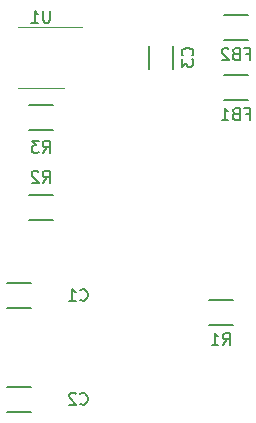
<source format=gbr>
%TF.GenerationSoftware,KiCad,Pcbnew,5.1.10*%
%TF.CreationDate,2021-10-26T18:06:13-04:00*%
%TF.ProjectId,BREAD_Slice,42524541-445f-4536-9c69-63652e6b6963,rev?*%
%TF.SameCoordinates,Original*%
%TF.FileFunction,Legend,Bot*%
%TF.FilePolarity,Positive*%
%FSLAX46Y46*%
G04 Gerber Fmt 4.6, Leading zero omitted, Abs format (unit mm)*
G04 Created by KiCad (PCBNEW 5.1.10) date 2021-10-26 18:06:13*
%MOMM*%
%LPD*%
G01*
G04 APERTURE LIST*
%ADD10C,0.120000*%
%ADD11C,0.150000*%
G04 APERTURE END LIST*
D10*
%TO.C,U1*%
X159430000Y-76280000D02*
X162880000Y-76280000D01*
X159430000Y-76280000D02*
X157480000Y-76280000D01*
X159430000Y-81400000D02*
X161380000Y-81400000D01*
X159430000Y-81400000D02*
X157480000Y-81400000D01*
D11*
%TO.C,R3*%
X160430000Y-82845000D02*
X158430000Y-82845000D01*
X158430000Y-84995000D02*
X160430000Y-84995000D01*
%TO.C,R2*%
X158430000Y-92615000D02*
X160430000Y-92615000D01*
X160430000Y-90465000D02*
X158430000Y-90465000D01*
%TO.C,R1*%
X173670000Y-101505000D02*
X175670000Y-101505000D01*
X175670000Y-99355000D02*
X173670000Y-99355000D01*
%TO.C,FB2*%
X174940000Y-77375000D02*
X176940000Y-77375000D01*
X176940000Y-75225000D02*
X174940000Y-75225000D01*
%TO.C,FB1*%
X174940000Y-82455000D02*
X176940000Y-82455000D01*
X176940000Y-80305000D02*
X174940000Y-80305000D01*
%TO.C,C3*%
X168565000Y-79840000D02*
X168565000Y-77840000D01*
X170615000Y-77840000D02*
X170615000Y-79840000D01*
%TO.C,C1*%
X158570000Y-97930000D02*
X156560000Y-97930000D01*
X158600000Y-100070000D02*
X156590000Y-100070000D01*
%TO.C,C2*%
X158600000Y-108870000D02*
X156590000Y-108870000D01*
X158570000Y-106730000D02*
X156560000Y-106730000D01*
%TO.C,U1*%
X160191904Y-74892380D02*
X160191904Y-75701904D01*
X160144285Y-75797142D01*
X160096666Y-75844761D01*
X160001428Y-75892380D01*
X159810952Y-75892380D01*
X159715714Y-75844761D01*
X159668095Y-75797142D01*
X159620476Y-75701904D01*
X159620476Y-74892380D01*
X158620476Y-75892380D02*
X159191904Y-75892380D01*
X158906190Y-75892380D02*
X158906190Y-74892380D01*
X159001428Y-75035238D01*
X159096666Y-75130476D01*
X159191904Y-75178095D01*
%TO.C,R3*%
X159596666Y-86912380D02*
X159930000Y-86436190D01*
X160168095Y-86912380D02*
X160168095Y-85912380D01*
X159787142Y-85912380D01*
X159691904Y-85960000D01*
X159644285Y-86007619D01*
X159596666Y-86102857D01*
X159596666Y-86245714D01*
X159644285Y-86340952D01*
X159691904Y-86388571D01*
X159787142Y-86436190D01*
X160168095Y-86436190D01*
X159263333Y-85912380D02*
X158644285Y-85912380D01*
X158977619Y-86293333D01*
X158834761Y-86293333D01*
X158739523Y-86340952D01*
X158691904Y-86388571D01*
X158644285Y-86483809D01*
X158644285Y-86721904D01*
X158691904Y-86817142D01*
X158739523Y-86864761D01*
X158834761Y-86912380D01*
X159120476Y-86912380D01*
X159215714Y-86864761D01*
X159263333Y-86817142D01*
%TO.C,R2*%
X159596666Y-89452380D02*
X159930000Y-88976190D01*
X160168095Y-89452380D02*
X160168095Y-88452380D01*
X159787142Y-88452380D01*
X159691904Y-88500000D01*
X159644285Y-88547619D01*
X159596666Y-88642857D01*
X159596666Y-88785714D01*
X159644285Y-88880952D01*
X159691904Y-88928571D01*
X159787142Y-88976190D01*
X160168095Y-88976190D01*
X159215714Y-88547619D02*
X159168095Y-88500000D01*
X159072857Y-88452380D01*
X158834761Y-88452380D01*
X158739523Y-88500000D01*
X158691904Y-88547619D01*
X158644285Y-88642857D01*
X158644285Y-88738095D01*
X158691904Y-88880952D01*
X159263333Y-89452380D01*
X158644285Y-89452380D01*
%TO.C,R1*%
X174836666Y-103182380D02*
X175170000Y-102706190D01*
X175408095Y-103182380D02*
X175408095Y-102182380D01*
X175027142Y-102182380D01*
X174931904Y-102230000D01*
X174884285Y-102277619D01*
X174836666Y-102372857D01*
X174836666Y-102515714D01*
X174884285Y-102610952D01*
X174931904Y-102658571D01*
X175027142Y-102706190D01*
X175408095Y-102706190D01*
X173884285Y-103182380D02*
X174455714Y-103182380D01*
X174170000Y-103182380D02*
X174170000Y-102182380D01*
X174265238Y-102325238D01*
X174360476Y-102420476D01*
X174455714Y-102468095D01*
%TO.C,FB2*%
X176773333Y-78528571D02*
X177106666Y-78528571D01*
X177106666Y-79052380D02*
X177106666Y-78052380D01*
X176630476Y-78052380D01*
X175916190Y-78528571D02*
X175773333Y-78576190D01*
X175725714Y-78623809D01*
X175678095Y-78719047D01*
X175678095Y-78861904D01*
X175725714Y-78957142D01*
X175773333Y-79004761D01*
X175868571Y-79052380D01*
X176249523Y-79052380D01*
X176249523Y-78052380D01*
X175916190Y-78052380D01*
X175820952Y-78100000D01*
X175773333Y-78147619D01*
X175725714Y-78242857D01*
X175725714Y-78338095D01*
X175773333Y-78433333D01*
X175820952Y-78480952D01*
X175916190Y-78528571D01*
X176249523Y-78528571D01*
X175297142Y-78147619D02*
X175249523Y-78100000D01*
X175154285Y-78052380D01*
X174916190Y-78052380D01*
X174820952Y-78100000D01*
X174773333Y-78147619D01*
X174725714Y-78242857D01*
X174725714Y-78338095D01*
X174773333Y-78480952D01*
X175344761Y-79052380D01*
X174725714Y-79052380D01*
%TO.C,FB1*%
X176773333Y-83608571D02*
X177106666Y-83608571D01*
X177106666Y-84132380D02*
X177106666Y-83132380D01*
X176630476Y-83132380D01*
X175916190Y-83608571D02*
X175773333Y-83656190D01*
X175725714Y-83703809D01*
X175678095Y-83799047D01*
X175678095Y-83941904D01*
X175725714Y-84037142D01*
X175773333Y-84084761D01*
X175868571Y-84132380D01*
X176249523Y-84132380D01*
X176249523Y-83132380D01*
X175916190Y-83132380D01*
X175820952Y-83180000D01*
X175773333Y-83227619D01*
X175725714Y-83322857D01*
X175725714Y-83418095D01*
X175773333Y-83513333D01*
X175820952Y-83560952D01*
X175916190Y-83608571D01*
X176249523Y-83608571D01*
X174725714Y-84132380D02*
X175297142Y-84132380D01*
X175011428Y-84132380D02*
X175011428Y-83132380D01*
X175106666Y-83275238D01*
X175201904Y-83370476D01*
X175297142Y-83418095D01*
%TO.C,C3*%
X172247142Y-78673333D02*
X172294761Y-78625714D01*
X172342380Y-78482857D01*
X172342380Y-78387619D01*
X172294761Y-78244761D01*
X172199523Y-78149523D01*
X172104285Y-78101904D01*
X171913809Y-78054285D01*
X171770952Y-78054285D01*
X171580476Y-78101904D01*
X171485238Y-78149523D01*
X171390000Y-78244761D01*
X171342380Y-78387619D01*
X171342380Y-78482857D01*
X171390000Y-78625714D01*
X171437619Y-78673333D01*
X171342380Y-79006666D02*
X171342380Y-79625714D01*
X171723333Y-79292380D01*
X171723333Y-79435238D01*
X171770952Y-79530476D01*
X171818571Y-79578095D01*
X171913809Y-79625714D01*
X172151904Y-79625714D01*
X172247142Y-79578095D01*
X172294761Y-79530476D01*
X172342380Y-79435238D01*
X172342380Y-79149523D01*
X172294761Y-79054285D01*
X172247142Y-79006666D01*
%TO.C,C1*%
X162766666Y-99357142D02*
X162814285Y-99404761D01*
X162957142Y-99452380D01*
X163052380Y-99452380D01*
X163195238Y-99404761D01*
X163290476Y-99309523D01*
X163338095Y-99214285D01*
X163385714Y-99023809D01*
X163385714Y-98880952D01*
X163338095Y-98690476D01*
X163290476Y-98595238D01*
X163195238Y-98500000D01*
X163052380Y-98452380D01*
X162957142Y-98452380D01*
X162814285Y-98500000D01*
X162766666Y-98547619D01*
X161814285Y-99452380D02*
X162385714Y-99452380D01*
X162100000Y-99452380D02*
X162100000Y-98452380D01*
X162195238Y-98595238D01*
X162290476Y-98690476D01*
X162385714Y-98738095D01*
%TO.C,C2*%
X162766666Y-108157142D02*
X162814285Y-108204761D01*
X162957142Y-108252380D01*
X163052380Y-108252380D01*
X163195238Y-108204761D01*
X163290476Y-108109523D01*
X163338095Y-108014285D01*
X163385714Y-107823809D01*
X163385714Y-107680952D01*
X163338095Y-107490476D01*
X163290476Y-107395238D01*
X163195238Y-107300000D01*
X163052380Y-107252380D01*
X162957142Y-107252380D01*
X162814285Y-107300000D01*
X162766666Y-107347619D01*
X162385714Y-107347619D02*
X162338095Y-107300000D01*
X162242857Y-107252380D01*
X162004761Y-107252380D01*
X161909523Y-107300000D01*
X161861904Y-107347619D01*
X161814285Y-107442857D01*
X161814285Y-107538095D01*
X161861904Y-107680952D01*
X162433333Y-108252380D01*
X161814285Y-108252380D01*
%TD*%
M02*

</source>
